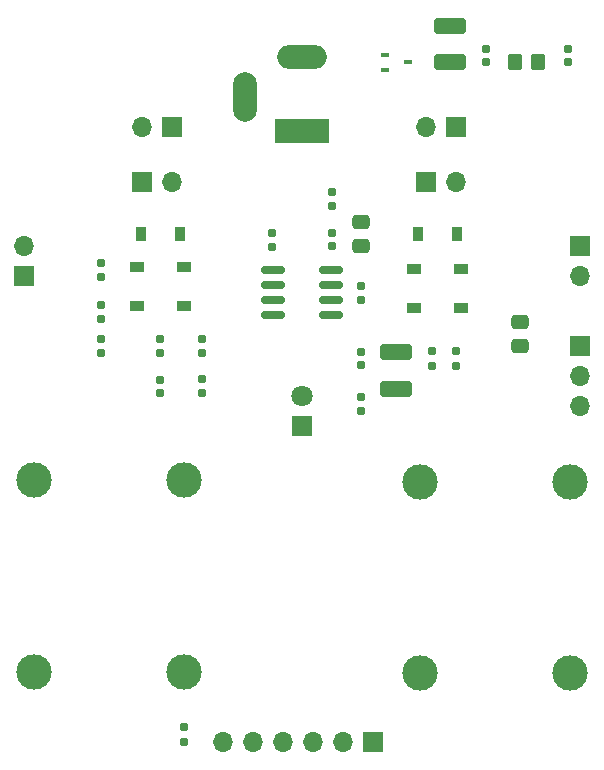
<source format=gbr>
%TF.GenerationSoftware,KiCad,Pcbnew,(6.0.7-1)-1*%
%TF.CreationDate,2022-12-18T15:37:26+01:00*%
%TF.ProjectId,overdrive,6f766572-6472-4697-9665-2e6b69636164,rev?*%
%TF.SameCoordinates,Original*%
%TF.FileFunction,Soldermask,Top*%
%TF.FilePolarity,Negative*%
%FSLAX46Y46*%
G04 Gerber Fmt 4.6, Leading zero omitted, Abs format (unit mm)*
G04 Created by KiCad (PCBNEW (6.0.7-1)-1) date 2022-12-18 15:37:26*
%MOMM*%
%LPD*%
G01*
G04 APERTURE LIST*
G04 Aperture macros list*
%AMRoundRect*
0 Rectangle with rounded corners*
0 $1 Rounding radius*
0 $2 $3 $4 $5 $6 $7 $8 $9 X,Y pos of 4 corners*
0 Add a 4 corners polygon primitive as box body*
4,1,4,$2,$3,$4,$5,$6,$7,$8,$9,$2,$3,0*
0 Add four circle primitives for the rounded corners*
1,1,$1+$1,$2,$3*
1,1,$1+$1,$4,$5*
1,1,$1+$1,$6,$7*
1,1,$1+$1,$8,$9*
0 Add four rect primitives between the rounded corners*
20,1,$1+$1,$2,$3,$4,$5,0*
20,1,$1+$1,$4,$5,$6,$7,0*
20,1,$1+$1,$6,$7,$8,$9,0*
20,1,$1+$1,$8,$9,$2,$3,0*%
G04 Aperture macros list end*
%ADD10R,0.900000X1.200000*%
%ADD11R,1.700000X1.700000*%
%ADD12O,1.700000X1.700000*%
%ADD13RoundRect,0.160000X0.160000X-0.197500X0.160000X0.197500X-0.160000X0.197500X-0.160000X-0.197500X0*%
%ADD14R,4.600000X2.000000*%
%ADD15O,4.200000X2.000000*%
%ADD16O,2.000000X4.200000*%
%ADD17RoundRect,0.250000X1.100000X-0.412500X1.100000X0.412500X-1.100000X0.412500X-1.100000X-0.412500X0*%
%ADD18R,1.200000X0.900000*%
%ADD19RoundRect,0.160000X-0.160000X0.197500X-0.160000X-0.197500X0.160000X-0.197500X0.160000X0.197500X0*%
%ADD20C,3.000000*%
%ADD21RoundRect,0.155000X0.155000X-0.212500X0.155000X0.212500X-0.155000X0.212500X-0.155000X-0.212500X0*%
%ADD22RoundRect,0.250000X-0.475000X0.337500X-0.475000X-0.337500X0.475000X-0.337500X0.475000X0.337500X0*%
%ADD23RoundRect,0.250000X-0.350000X-0.450000X0.350000X-0.450000X0.350000X0.450000X-0.350000X0.450000X0*%
%ADD24RoundRect,0.150000X-0.825000X-0.150000X0.825000X-0.150000X0.825000X0.150000X-0.825000X0.150000X0*%
%ADD25R,0.700000X0.450000*%
%ADD26R,1.800000X1.800000*%
%ADD27C,1.800000*%
%ADD28RoundRect,0.155000X-0.155000X0.212500X-0.155000X-0.212500X0.155000X-0.212500X0.155000X0.212500X0*%
%ADD29RoundRect,0.250000X-1.100000X0.412500X-1.100000X-0.412500X1.100000X-0.412500X1.100000X0.412500X0*%
%ADD30RoundRect,0.250000X0.475000X-0.337500X0.475000X0.337500X-0.475000X0.337500X-0.475000X-0.337500X0*%
G04 APERTURE END LIST*
D10*
%TO.C,D4*%
X67650000Y-73000000D03*
X64350000Y-73000000D03*
%TD*%
D11*
%TO.C,J6*%
X91000000Y-64000000D03*
D12*
X88460000Y-64000000D03*
%TD*%
D13*
%TO.C,R6*%
X91000000Y-84160000D03*
X91000000Y-82965000D03*
%TD*%
D14*
%TO.C,J2*%
X78000000Y-64300000D03*
D15*
X78000000Y-58000000D03*
D16*
X73200000Y-61400000D03*
%TD*%
D17*
%TO.C,C2*%
X90500000Y-58500000D03*
X90500000Y-55375000D03*
%TD*%
D18*
%TO.C,D2*%
X64000000Y-75850000D03*
X64000000Y-79150000D03*
%TD*%
D19*
%TO.C,R1*%
X69500000Y-85322500D03*
X69500000Y-86517500D03*
%TD*%
%TO.C,R7*%
X89000000Y-82965000D03*
X89000000Y-84160000D03*
%TD*%
D13*
%TO.C,R4*%
X61000000Y-80195000D03*
X61000000Y-79000000D03*
%TD*%
D11*
%TO.C,J5*%
X67000000Y-64000000D03*
D12*
X64460000Y-64000000D03*
%TD*%
D11*
%TO.C,J3*%
X54500000Y-76540000D03*
D12*
X54500000Y-74000000D03*
%TD*%
D20*
%TO.C,J1*%
X55300000Y-110115000D03*
X55300000Y-93885000D03*
X68000000Y-110115000D03*
X68000000Y-93885000D03*
%TD*%
D21*
%TO.C,C7*%
X61000000Y-76635000D03*
X61000000Y-75500000D03*
%TD*%
D11*
%TO.C,J11*%
X84000000Y-116000000D03*
D12*
X81460000Y-116000000D03*
X78920000Y-116000000D03*
X76380000Y-116000000D03*
X73840000Y-116000000D03*
X71300000Y-116000000D03*
%TD*%
D21*
%TO.C,C1*%
X66000000Y-86487500D03*
X66000000Y-85352500D03*
%TD*%
%TO.C,C3*%
X61000000Y-83067500D03*
X61000000Y-81932500D03*
%TD*%
D18*
%TO.C,D3*%
X68000000Y-79150000D03*
X68000000Y-75850000D03*
%TD*%
D22*
%TO.C,C12*%
X96500000Y-80462500D03*
X96500000Y-82537500D03*
%TD*%
D13*
%TO.C,R11*%
X83000000Y-78597500D03*
X83000000Y-77402500D03*
%TD*%
D18*
%TO.C,D7*%
X87500000Y-79310000D03*
X87500000Y-76010000D03*
%TD*%
D13*
%TO.C,R2*%
X66000000Y-83097500D03*
X66000000Y-81902500D03*
%TD*%
D23*
%TO.C,R5*%
X96000000Y-58500000D03*
X98000000Y-58500000D03*
%TD*%
D21*
%TO.C,C8*%
X80500000Y-74067500D03*
X80500000Y-72932500D03*
%TD*%
D13*
%TO.C,R3*%
X69500000Y-83097500D03*
X69500000Y-81902500D03*
%TD*%
D11*
%TO.C,J9*%
X101500000Y-82475000D03*
D12*
X101500000Y-85015000D03*
X101500000Y-87555000D03*
%TD*%
D24*
%TO.C,U1*%
X75525000Y-76095000D03*
X75525000Y-77365000D03*
X75525000Y-78635000D03*
X75525000Y-79905000D03*
X80475000Y-79905000D03*
X80475000Y-78635000D03*
X80475000Y-77365000D03*
X80475000Y-76095000D03*
%TD*%
D21*
%TO.C,C4*%
X93600000Y-58500000D03*
X93600000Y-57365000D03*
%TD*%
D11*
%TO.C,J7*%
X88460000Y-68580000D03*
D12*
X91000000Y-68580000D03*
%TD*%
D25*
%TO.C,D1*%
X85000000Y-57850000D03*
X85000000Y-59150000D03*
X87000000Y-58500000D03*
%TD*%
D20*
%TO.C,J10*%
X100700000Y-94000000D03*
X100700000Y-110230000D03*
X88000000Y-94000000D03*
X88000000Y-110230000D03*
%TD*%
D13*
%TO.C,R8*%
X75500000Y-74097500D03*
X75500000Y-72902500D03*
%TD*%
D18*
%TO.C,D6*%
X91500000Y-76010000D03*
X91500000Y-79310000D03*
%TD*%
D10*
%TO.C,D5*%
X87850000Y-73000000D03*
X91150000Y-73000000D03*
%TD*%
D11*
%TO.C,J8*%
X101500000Y-74000000D03*
D12*
X101500000Y-76540000D03*
%TD*%
D19*
%TO.C,R10*%
X68000000Y-114805000D03*
X68000000Y-116000000D03*
%TD*%
D26*
%TO.C,D8*%
X78000000Y-89275000D03*
D27*
X78000000Y-86735000D03*
%TD*%
D28*
%TO.C,C11*%
X80500000Y-69500000D03*
X80500000Y-70635000D03*
%TD*%
D29*
%TO.C,C9*%
X86000000Y-83000000D03*
X86000000Y-86125000D03*
%TD*%
D30*
%TO.C,C6*%
X83000000Y-74075000D03*
X83000000Y-72000000D03*
%TD*%
D21*
%TO.C,C5*%
X100500000Y-58500000D03*
X100500000Y-57365000D03*
%TD*%
D28*
%TO.C,C10*%
X83000000Y-82995000D03*
X83000000Y-84130000D03*
%TD*%
D11*
%TO.C,J4*%
X64460000Y-68580000D03*
D12*
X67000000Y-68580000D03*
%TD*%
D13*
%TO.C,R9*%
X83000000Y-88000000D03*
X83000000Y-86805000D03*
%TD*%
M02*

</source>
